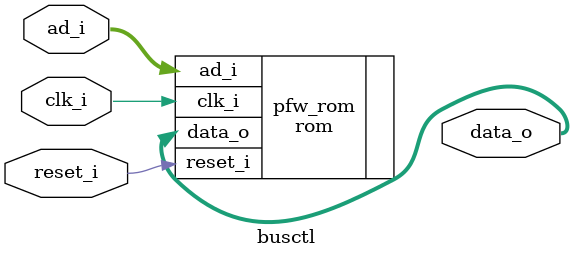
<source format=sv>
module busctl #(
    parameter AD_LEN = 32,
    parameter BUS_WIDTH = 32
) (
    input wire clk_i,
    input wire reset_i,
    input wire [AD_LEN-1:0] ad_i,

    output logic [BUS_WIDTH-1:0] data_o
);
    // Platform firmware ROM
    rom #(.BUS_WIDTH(BUS_WIDTH), .AD_LEN(AD_LEN)) pfw_rom (
        .clk_i(clk_i),
        .reset_i(reset_i),
        .ad_i(ad_i),
        .data_o(data_o)
    );
endmodule

</source>
